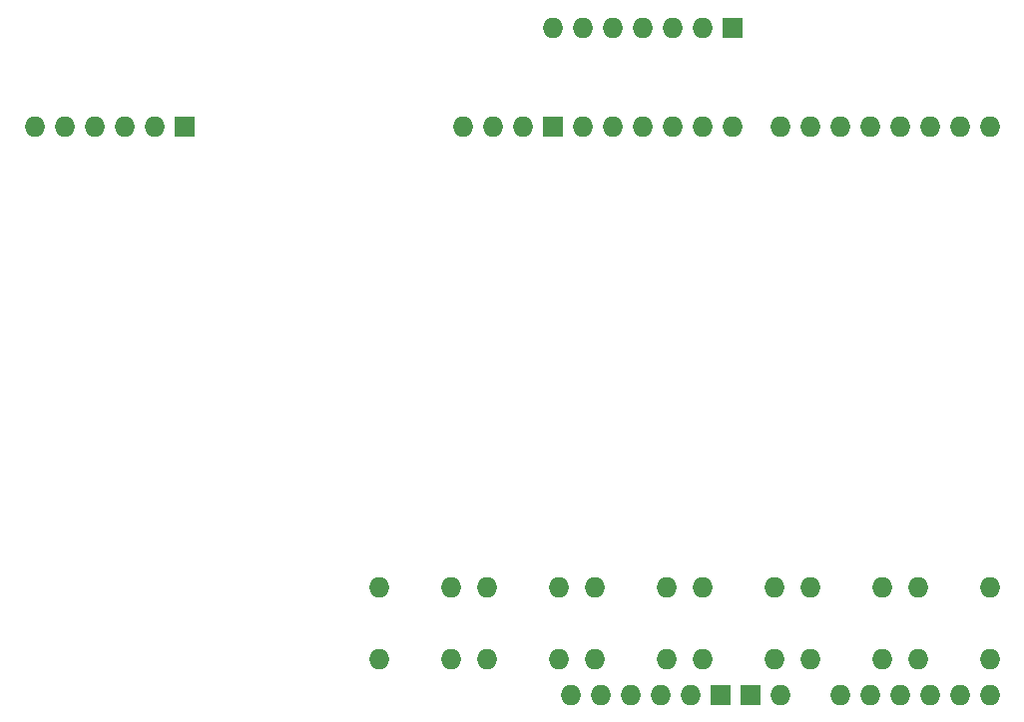
<source format=gbr>
%TF.GenerationSoftware,KiCad,Pcbnew,7.0.11+dfsg-1build4*%
%TF.CreationDate,2025-05-03T14:01:42-04:00*%
%TF.ProjectId,Peripherals Board,50657269-7068-4657-9261-6c7320426f61,rev?*%
%TF.SameCoordinates,Original*%
%TF.FileFunction,Soldermask,Bot*%
%TF.FilePolarity,Negative*%
%FSLAX46Y46*%
G04 Gerber Fmt 4.6, Leading zero omitted, Abs format (unit mm)*
G04 Created by KiCad (PCBNEW 7.0.11+dfsg-1build4) date 2025-05-03 14:01:42*
%MOMM*%
%LPD*%
G01*
G04 APERTURE LIST*
%ADD10O,1.727200X1.727200*%
%ADD11R,1.727200X1.727200*%
G04 APERTURE END LIST*
D10*
%TO.C,*%
X165100000Y-117856000D03*
%TD*%
%TO.C,*%
X146812000Y-117856000D03*
%TD*%
%TO.C,*%
X150876000Y-70358000D03*
%TD*%
D11*
%TO.C,*%
X112014000Y-78740000D03*
%TD*%
D10*
%TO.C,*%
X137668000Y-123952000D03*
%TD*%
D11*
%TO.C,*%
X158496000Y-70358000D03*
%TD*%
D10*
%TO.C,*%
X153416000Y-70358000D03*
%TD*%
%TO.C,*%
X109474000Y-78740000D03*
%TD*%
%TO.C,*%
X174244000Y-117856000D03*
%TD*%
%TO.C,*%
X128524000Y-123952000D03*
%TD*%
%TO.C,*%
X165100000Y-123952000D03*
%TD*%
%TO.C, *%
X152400000Y-127000000D03*
X154940000Y-127000000D03*
X167640000Y-127000000D03*
X170180000Y-127000000D03*
X172720000Y-127000000D03*
X175260000Y-127000000D03*
X177800000Y-127000000D03*
X180340000Y-127000000D03*
X140716000Y-78740000D03*
X144780000Y-127000000D03*
X180340000Y-78740000D03*
X177800000Y-78740000D03*
X175260000Y-78740000D03*
X172720000Y-78740000D03*
X170180000Y-78740000D03*
X167640000Y-78740000D03*
X165100000Y-78740000D03*
X162560000Y-78740000D03*
X158496000Y-78740000D03*
X155956000Y-78740000D03*
X153416000Y-78740000D03*
X150876000Y-78740000D03*
X148336000Y-78740000D03*
X145796000Y-78740000D03*
D11*
X143256000Y-78740000D03*
X157480000Y-127000000D03*
X160020000Y-127000000D03*
D10*
X147320000Y-127000000D03*
X149860000Y-127000000D03*
X135636000Y-78740000D03*
X138176000Y-78740000D03*
X162560000Y-127000000D03*
%TD*%
%TO.C,*%
X134620000Y-117856000D03*
%TD*%
%TO.C,*%
X155956000Y-70358000D03*
%TD*%
%TO.C,*%
X106934000Y-78740000D03*
%TD*%
%TO.C,*%
X143256000Y-70358000D03*
%TD*%
%TO.C,*%
X146812000Y-123952000D03*
%TD*%
%TO.C,*%
X171196000Y-117856000D03*
%TD*%
%TO.C,*%
X137668000Y-117856000D03*
%TD*%
%TO.C,*%
X171196000Y-123952000D03*
%TD*%
%TO.C,*%
X180340000Y-117856000D03*
%TD*%
%TO.C,*%
X148336000Y-70358000D03*
%TD*%
%TO.C,*%
X134620000Y-123952000D03*
%TD*%
%TO.C,*%
X162052000Y-123952000D03*
%TD*%
%TO.C,*%
X128524000Y-117856000D03*
%TD*%
%TO.C,*%
X152908000Y-117856000D03*
%TD*%
%TO.C,*%
X155956000Y-117856000D03*
%TD*%
%TO.C,*%
X162052000Y-117856000D03*
%TD*%
%TO.C,*%
X104394000Y-78740000D03*
%TD*%
%TO.C,*%
X101854000Y-78740000D03*
%TD*%
%TO.C,*%
X143764000Y-117856000D03*
%TD*%
%TO.C,*%
X143764000Y-123952000D03*
%TD*%
%TO.C,*%
X155956000Y-123952000D03*
%TD*%
%TO.C,*%
X180340000Y-123952000D03*
%TD*%
%TO.C,*%
X99314000Y-78740000D03*
%TD*%
%TO.C,*%
X152908000Y-123952000D03*
%TD*%
%TO.C,*%
X145796000Y-70358000D03*
%TD*%
%TO.C,*%
X174244000Y-123952000D03*
%TD*%
M02*

</source>
